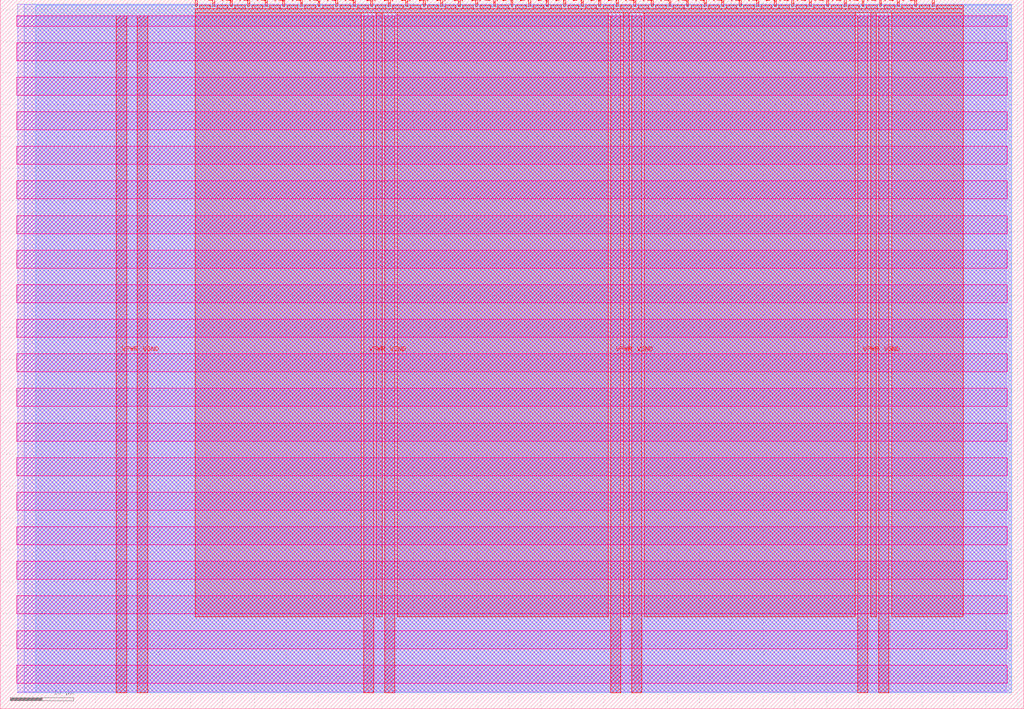
<source format=lef>
VERSION 5.7 ;
  NOWIREEXTENSIONATPIN ON ;
  DIVIDERCHAR "/" ;
  BUSBITCHARS "[]" ;
MACRO tt_um_nyan
  CLASS BLOCK ;
  FOREIGN tt_um_nyan ;
  ORIGIN 0.000 0.000 ;
  SIZE 161.000 BY 111.520 ;
  PIN VGND
    DIRECTION INOUT ;
    USE GROUND ;
    PORT
      LAYER met4 ;
        RECT 21.580 2.480 23.180 109.040 ;
    END
    PORT
      LAYER met4 ;
        RECT 60.450 2.480 62.050 109.040 ;
    END
    PORT
      LAYER met4 ;
        RECT 99.320 2.480 100.920 109.040 ;
    END
    PORT
      LAYER met4 ;
        RECT 138.190 2.480 139.790 109.040 ;
    END
  END VGND
  PIN VPWR
    DIRECTION INOUT ;
    USE POWER ;
    PORT
      LAYER met4 ;
        RECT 18.280 2.480 19.880 109.040 ;
    END
    PORT
      LAYER met4 ;
        RECT 57.150 2.480 58.750 109.040 ;
    END
    PORT
      LAYER met4 ;
        RECT 96.020 2.480 97.620 109.040 ;
    END
    PORT
      LAYER met4 ;
        RECT 134.890 2.480 136.490 109.040 ;
    END
  END VPWR
  PIN clk
    DIRECTION INPUT ;
    USE SIGNAL ;
    ANTENNAGATEAREA 0.852000 ;
    PORT
      LAYER met4 ;
        RECT 143.830 110.520 144.130 111.520 ;
    END
  END clk
  PIN ena
    DIRECTION INPUT ;
    USE SIGNAL ;
    PORT
      LAYER met4 ;
        RECT 146.590 110.520 146.890 111.520 ;
    END
  END ena
  PIN rst_n
    DIRECTION INPUT ;
    USE SIGNAL ;
    ANTENNAGATEAREA 0.196500 ;
    PORT
      LAYER met4 ;
        RECT 141.070 110.520 141.370 111.520 ;
    END
  END rst_n
  PIN ui_in[0]
    DIRECTION INPUT ;
    USE SIGNAL ;
    PORT
      LAYER met4 ;
        RECT 138.310 110.520 138.610 111.520 ;
    END
  END ui_in[0]
  PIN ui_in[1]
    DIRECTION INPUT ;
    USE SIGNAL ;
    PORT
      LAYER met4 ;
        RECT 135.550 110.520 135.850 111.520 ;
    END
  END ui_in[1]
  PIN ui_in[2]
    DIRECTION INPUT ;
    USE SIGNAL ;
    PORT
      LAYER met4 ;
        RECT 132.790 110.520 133.090 111.520 ;
    END
  END ui_in[2]
  PIN ui_in[3]
    DIRECTION INPUT ;
    USE SIGNAL ;
    PORT
      LAYER met4 ;
        RECT 130.030 110.520 130.330 111.520 ;
    END
  END ui_in[3]
  PIN ui_in[4]
    DIRECTION INPUT ;
    USE SIGNAL ;
    PORT
      LAYER met4 ;
        RECT 127.270 110.520 127.570 111.520 ;
    END
  END ui_in[4]
  PIN ui_in[5]
    DIRECTION INPUT ;
    USE SIGNAL ;
    PORT
      LAYER met4 ;
        RECT 124.510 110.520 124.810 111.520 ;
    END
  END ui_in[5]
  PIN ui_in[6]
    DIRECTION INPUT ;
    USE SIGNAL ;
    PORT
      LAYER met4 ;
        RECT 121.750 110.520 122.050 111.520 ;
    END
  END ui_in[6]
  PIN ui_in[7]
    DIRECTION INPUT ;
    USE SIGNAL ;
    PORT
      LAYER met4 ;
        RECT 118.990 110.520 119.290 111.520 ;
    END
  END ui_in[7]
  PIN uio_in[0]
    DIRECTION INPUT ;
    USE SIGNAL ;
    PORT
      LAYER met4 ;
        RECT 116.230 110.520 116.530 111.520 ;
    END
  END uio_in[0]
  PIN uio_in[1]
    DIRECTION INPUT ;
    USE SIGNAL ;
    PORT
      LAYER met4 ;
        RECT 113.470 110.520 113.770 111.520 ;
    END
  END uio_in[1]
  PIN uio_in[2]
    DIRECTION INPUT ;
    USE SIGNAL ;
    PORT
      LAYER met4 ;
        RECT 110.710 110.520 111.010 111.520 ;
    END
  END uio_in[2]
  PIN uio_in[3]
    DIRECTION INPUT ;
    USE SIGNAL ;
    PORT
      LAYER met4 ;
        RECT 107.950 110.520 108.250 111.520 ;
    END
  END uio_in[3]
  PIN uio_in[4]
    DIRECTION INPUT ;
    USE SIGNAL ;
    PORT
      LAYER met4 ;
        RECT 105.190 110.520 105.490 111.520 ;
    END
  END uio_in[4]
  PIN uio_in[5]
    DIRECTION INPUT ;
    USE SIGNAL ;
    PORT
      LAYER met4 ;
        RECT 102.430 110.520 102.730 111.520 ;
    END
  END uio_in[5]
  PIN uio_in[6]
    DIRECTION INPUT ;
    USE SIGNAL ;
    PORT
      LAYER met4 ;
        RECT 99.670 110.520 99.970 111.520 ;
    END
  END uio_in[6]
  PIN uio_in[7]
    DIRECTION INPUT ;
    USE SIGNAL ;
    PORT
      LAYER met4 ;
        RECT 96.910 110.520 97.210 111.520 ;
    END
  END uio_in[7]
  PIN uio_oe[0]
    DIRECTION OUTPUT ;
    USE SIGNAL ;
    ANTENNADIFFAREA 0.445500 ;
    PORT
      LAYER met4 ;
        RECT 49.990 110.520 50.290 111.520 ;
    END
  END uio_oe[0]
  PIN uio_oe[1]
    DIRECTION OUTPUT ;
    USE SIGNAL ;
    ANTENNADIFFAREA 0.445500 ;
    PORT
      LAYER met4 ;
        RECT 47.230 110.520 47.530 111.520 ;
    END
  END uio_oe[1]
  PIN uio_oe[2]
    DIRECTION OUTPUT ;
    USE SIGNAL ;
    ANTENNADIFFAREA 0.445500 ;
    PORT
      LAYER met4 ;
        RECT 44.470 110.520 44.770 111.520 ;
    END
  END uio_oe[2]
  PIN uio_oe[3]
    DIRECTION OUTPUT ;
    USE SIGNAL ;
    ANTENNADIFFAREA 0.445500 ;
    PORT
      LAYER met4 ;
        RECT 41.710 110.520 42.010 111.520 ;
    END
  END uio_oe[3]
  PIN uio_oe[4]
    DIRECTION OUTPUT ;
    USE SIGNAL ;
    ANTENNADIFFAREA 0.445500 ;
    PORT
      LAYER met4 ;
        RECT 38.950 110.520 39.250 111.520 ;
    END
  END uio_oe[4]
  PIN uio_oe[5]
    DIRECTION OUTPUT ;
    USE SIGNAL ;
    ANTENNADIFFAREA 0.445500 ;
    PORT
      LAYER met4 ;
        RECT 36.190 110.520 36.490 111.520 ;
    END
  END uio_oe[5]
  PIN uio_oe[6]
    DIRECTION OUTPUT ;
    USE SIGNAL ;
    ANTENNADIFFAREA 0.445500 ;
    PORT
      LAYER met4 ;
        RECT 33.430 110.520 33.730 111.520 ;
    END
  END uio_oe[6]
  PIN uio_oe[7]
    DIRECTION OUTPUT ;
    USE SIGNAL ;
    ANTENNADIFFAREA 0.445500 ;
    PORT
      LAYER met4 ;
        RECT 30.670 110.520 30.970 111.520 ;
    END
  END uio_oe[7]
  PIN uio_out[0]
    DIRECTION OUTPUT ;
    USE SIGNAL ;
    ANTENNADIFFAREA 0.445500 ;
    PORT
      LAYER met4 ;
        RECT 72.070 110.520 72.370 111.520 ;
    END
  END uio_out[0]
  PIN uio_out[1]
    DIRECTION OUTPUT ;
    USE SIGNAL ;
    ANTENNADIFFAREA 0.445500 ;
    PORT
      LAYER met4 ;
        RECT 69.310 110.520 69.610 111.520 ;
    END
  END uio_out[1]
  PIN uio_out[2]
    DIRECTION OUTPUT ;
    USE SIGNAL ;
    ANTENNADIFFAREA 0.445500 ;
    PORT
      LAYER met4 ;
        RECT 66.550 110.520 66.850 111.520 ;
    END
  END uio_out[2]
  PIN uio_out[3]
    DIRECTION OUTPUT ;
    USE SIGNAL ;
    ANTENNADIFFAREA 0.445500 ;
    PORT
      LAYER met4 ;
        RECT 63.790 110.520 64.090 111.520 ;
    END
  END uio_out[3]
  PIN uio_out[4]
    DIRECTION OUTPUT ;
    USE SIGNAL ;
    ANTENNADIFFAREA 0.445500 ;
    PORT
      LAYER met4 ;
        RECT 61.030 110.520 61.330 111.520 ;
    END
  END uio_out[4]
  PIN uio_out[5]
    DIRECTION OUTPUT ;
    USE SIGNAL ;
    ANTENNADIFFAREA 0.445500 ;
    PORT
      LAYER met4 ;
        RECT 58.270 110.520 58.570 111.520 ;
    END
  END uio_out[5]
  PIN uio_out[6]
    DIRECTION OUTPUT ;
    USE SIGNAL ;
    ANTENNADIFFAREA 0.445500 ;
    PORT
      LAYER met4 ;
        RECT 55.510 110.520 55.810 111.520 ;
    END
  END uio_out[6]
  PIN uio_out[7]
    DIRECTION OUTPUT ;
    USE SIGNAL ;
    ANTENNADIFFAREA 0.795200 ;
    PORT
      LAYER met4 ;
        RECT 52.750 110.520 53.050 111.520 ;
    END
  END uio_out[7]
  PIN uo_out[0]
    DIRECTION OUTPUT ;
    USE SIGNAL ;
    ANTENNAGATEAREA 0.247500 ;
    ANTENNADIFFAREA 0.445500 ;
    PORT
      LAYER met4 ;
        RECT 94.150 110.520 94.450 111.520 ;
    END
  END uo_out[0]
  PIN uo_out[1]
    DIRECTION OUTPUT ;
    USE SIGNAL ;
    ANTENNAGATEAREA 0.247500 ;
    ANTENNADIFFAREA 0.445500 ;
    PORT
      LAYER met4 ;
        RECT 91.390 110.520 91.690 111.520 ;
    END
  END uo_out[1]
  PIN uo_out[2]
    DIRECTION OUTPUT ;
    USE SIGNAL ;
    ANTENNAGATEAREA 0.247500 ;
    ANTENNADIFFAREA 0.445500 ;
    PORT
      LAYER met4 ;
        RECT 88.630 110.520 88.930 111.520 ;
    END
  END uo_out[2]
  PIN uo_out[3]
    DIRECTION OUTPUT ;
    USE SIGNAL ;
    ANTENNADIFFAREA 0.795200 ;
    PORT
      LAYER met4 ;
        RECT 85.870 110.520 86.170 111.520 ;
    END
  END uo_out[3]
  PIN uo_out[4]
    DIRECTION OUTPUT ;
    USE SIGNAL ;
    ANTENNAGATEAREA 0.247500 ;
    ANTENNADIFFAREA 0.445500 ;
    PORT
      LAYER met4 ;
        RECT 83.110 110.520 83.410 111.520 ;
    END
  END uo_out[4]
  PIN uo_out[5]
    DIRECTION OUTPUT ;
    USE SIGNAL ;
    ANTENNAGATEAREA 0.126000 ;
    ANTENNADIFFAREA 0.445500 ;
    PORT
      LAYER met4 ;
        RECT 80.350 110.520 80.650 111.520 ;
    END
  END uo_out[5]
  PIN uo_out[6]
    DIRECTION OUTPUT ;
    USE SIGNAL ;
    ANTENNAGATEAREA 0.247500 ;
    ANTENNADIFFAREA 0.445500 ;
    PORT
      LAYER met4 ;
        RECT 77.590 110.520 77.890 111.520 ;
    END
  END uo_out[6]
  PIN uo_out[7]
    DIRECTION OUTPUT ;
    USE SIGNAL ;
    ANTENNADIFFAREA 0.445500 ;
    PORT
      LAYER met4 ;
        RECT 74.830 110.520 75.130 111.520 ;
    END
  END uo_out[7]
  OBS
      LAYER nwell ;
        RECT 2.570 107.385 158.430 108.990 ;
        RECT 2.570 101.945 158.430 104.775 ;
        RECT 2.570 96.505 158.430 99.335 ;
        RECT 2.570 91.065 158.430 93.895 ;
        RECT 2.570 85.625 158.430 88.455 ;
        RECT 2.570 80.185 158.430 83.015 ;
        RECT 2.570 74.745 158.430 77.575 ;
        RECT 2.570 69.305 158.430 72.135 ;
        RECT 2.570 63.865 158.430 66.695 ;
        RECT 2.570 58.425 158.430 61.255 ;
        RECT 2.570 52.985 158.430 55.815 ;
        RECT 2.570 47.545 158.430 50.375 ;
        RECT 2.570 42.105 158.430 44.935 ;
        RECT 2.570 36.665 158.430 39.495 ;
        RECT 2.570 31.225 158.430 34.055 ;
        RECT 2.570 25.785 158.430 28.615 ;
        RECT 2.570 20.345 158.430 23.175 ;
        RECT 2.570 14.905 158.430 17.735 ;
        RECT 2.570 9.465 158.430 12.295 ;
        RECT 2.570 4.025 158.430 6.855 ;
      LAYER li1 ;
        RECT 2.760 2.635 158.240 108.885 ;
      LAYER met1 ;
        RECT 2.760 2.480 159.090 110.800 ;
      LAYER met2 ;
        RECT 3.780 2.535 159.070 110.830 ;
      LAYER met3 ;
        RECT 5.585 2.555 159.095 110.665 ;
      LAYER met4 ;
        RECT 31.370 110.120 33.030 110.665 ;
        RECT 34.130 110.120 35.790 110.665 ;
        RECT 36.890 110.120 38.550 110.665 ;
        RECT 39.650 110.120 41.310 110.665 ;
        RECT 42.410 110.120 44.070 110.665 ;
        RECT 45.170 110.120 46.830 110.665 ;
        RECT 47.930 110.120 49.590 110.665 ;
        RECT 50.690 110.120 52.350 110.665 ;
        RECT 53.450 110.120 55.110 110.665 ;
        RECT 56.210 110.120 57.870 110.665 ;
        RECT 58.970 110.120 60.630 110.665 ;
        RECT 61.730 110.120 63.390 110.665 ;
        RECT 64.490 110.120 66.150 110.665 ;
        RECT 67.250 110.120 68.910 110.665 ;
        RECT 70.010 110.120 71.670 110.665 ;
        RECT 72.770 110.120 74.430 110.665 ;
        RECT 75.530 110.120 77.190 110.665 ;
        RECT 78.290 110.120 79.950 110.665 ;
        RECT 81.050 110.120 82.710 110.665 ;
        RECT 83.810 110.120 85.470 110.665 ;
        RECT 86.570 110.120 88.230 110.665 ;
        RECT 89.330 110.120 90.990 110.665 ;
        RECT 92.090 110.120 93.750 110.665 ;
        RECT 94.850 110.120 96.510 110.665 ;
        RECT 97.610 110.120 99.270 110.665 ;
        RECT 100.370 110.120 102.030 110.665 ;
        RECT 103.130 110.120 104.790 110.665 ;
        RECT 105.890 110.120 107.550 110.665 ;
        RECT 108.650 110.120 110.310 110.665 ;
        RECT 111.410 110.120 113.070 110.665 ;
        RECT 114.170 110.120 115.830 110.665 ;
        RECT 116.930 110.120 118.590 110.665 ;
        RECT 119.690 110.120 121.350 110.665 ;
        RECT 122.450 110.120 124.110 110.665 ;
        RECT 125.210 110.120 126.870 110.665 ;
        RECT 127.970 110.120 129.630 110.665 ;
        RECT 130.730 110.120 132.390 110.665 ;
        RECT 133.490 110.120 135.150 110.665 ;
        RECT 136.250 110.120 137.910 110.665 ;
        RECT 139.010 110.120 140.670 110.665 ;
        RECT 141.770 110.120 143.430 110.665 ;
        RECT 144.530 110.120 146.190 110.665 ;
        RECT 147.290 110.120 151.505 110.665 ;
        RECT 30.655 109.440 151.505 110.120 ;
        RECT 30.655 14.455 56.750 109.440 ;
        RECT 59.150 14.455 60.050 109.440 ;
        RECT 62.450 14.455 95.620 109.440 ;
        RECT 98.020 14.455 98.920 109.440 ;
        RECT 101.320 14.455 134.490 109.440 ;
        RECT 136.890 14.455 137.790 109.440 ;
        RECT 140.190 14.455 151.505 109.440 ;
  END
END tt_um_nyan
END LIBRARY


</source>
